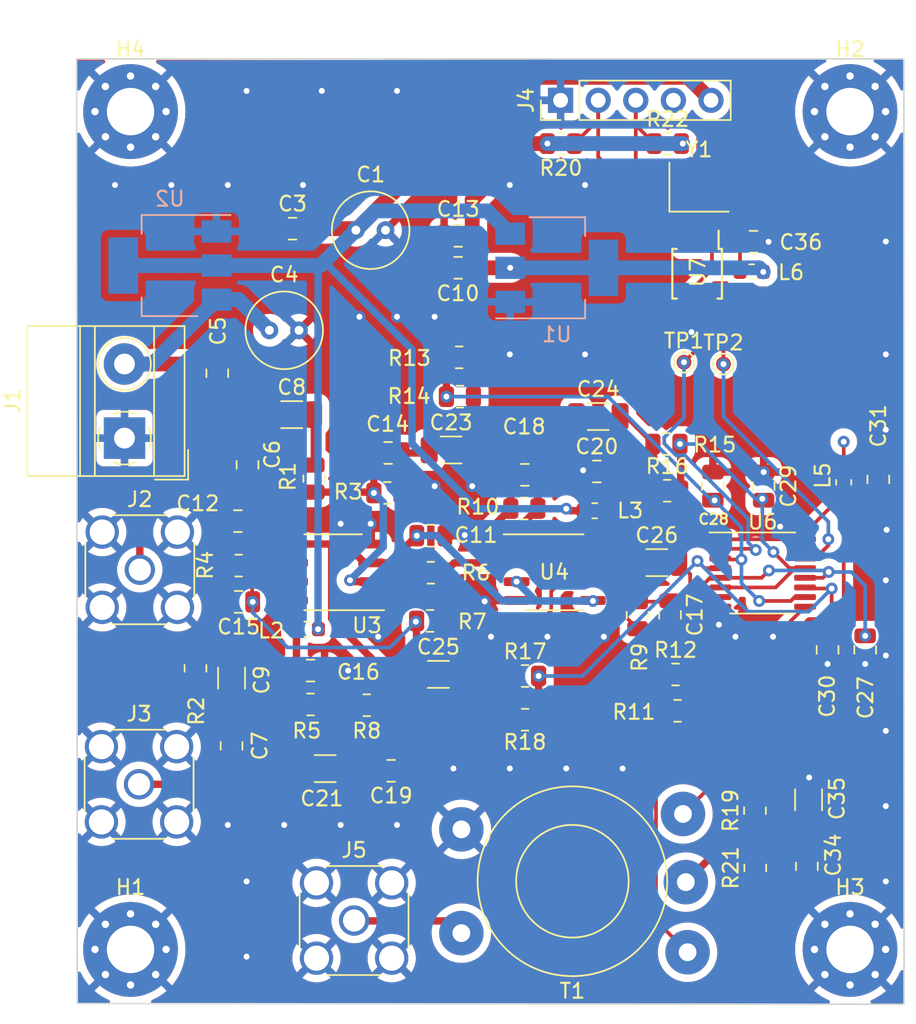
<source format=kicad_pcb>
(kicad_pcb (version 20221018) (generator pcbnew)
  (layers (0 "F.Cu" signal) (1 "In1.Cu" power) (2 "In2.Cu" power) (31 "B.Cu" signal) (34 "B.Paste" user) (35 "F.Paste" user) (36 "B.SilkS" user "B.Silkscreen") (37 "F.SilkS" user "F.Silkscreen") (38 "B.Mask" user) (39 "F.Mask" user) (44 "Edge.Cuts" user))
  (net 0 "")
  (net 1 "+5V")
  (net 2 "GND")
  (net 3 "Net-(J1-Pin_2)")
  (net 4 "Net-(C8-Pad2)")
  (net 5 "Net-(J2-In)")
  (net 6 "Net-(J3-In)")
  (net 7 "Net-(C9-Pad2)")
  (net 8 "+3.3V")
  (net 9 "Net-(C14-Pad1)")
  (net 10 "Net-(U3A-+)")
  (net 11 "Net-(U3A--)")
  (net 12 "Net-(C15-Pad1)")
  (net 13 "Net-(U3B--)")
  (net 14 "Net-(U3C-V+)")
  (net 15 "Net-(C17-Pad1)")
  (net 16 "Net-(U4B--)")
  (net 17 "Net-(C18-Pad1)")
  (net 18 "Net-(C23-Pad2)")
  (net 19 "Net-(C24-Pad2)")
  (net 20 "Net-(C25-Pad2)")
  (net 21 "Net-(C26-Pad2)")
  (net 22 "Net-(U4A--)")
  (net 23 "Net-(U4C-V+)")
  (net 24 "Net-(U6-1B2)")
  (net 25 "Net-(U6-1B4)")
  (net 26 "Net-(U6-1B1)")
  (net 27 "Net-(U6-1B3)")
  (net 28 "Net-(U6-VCC)")
  (net 29 "Net-(T1-SC)")
  (net 30 "Net-(U7-VDD)")
  (net 32 "Net-(J5-In)")
  (net 33 "Net-(T1-SA)")
  (net 34 "Net-(T1-SB)")
  (net 35 "SDA")
  (net 36 "SCL")
  (net 37 "Net-(U6-S1)")
  (net 38 "Net-(U6-S0)")
  (net 39 "Net-(U7-XA)")
  (net 40 "Net-(U7-XB)")
  (footprint "Capacitor_SMD:C_0805_2012Metric" (layer "F.Cu") (at 120.0404 93.7768 -90)
    (fp_text reference "C17")
    (fp_text value "100p")
  )
  (footprint "Capacitor_SMD:C_1206_3216Metric" (layer "F.Cu") (at 105.25 82.65)
    (fp_text reference "C23")
    (fp_text value "10u")
  )
  (footprint "Resistor_SMD:R_0805_2012Metric" (layer "F.Cu") (at 117.85 93.8 90)
    (fp_text reference "R9")
    (fp_text value "10k")
  )
  (footprint "TerminalBlock_MetzConnect:TerminalBlock_MetzConnect_Type011_RT05502HBWC_1x02_P5.00mm_Horizontal" (layer "F.Cu") (at 83.1904 81.8496 90)
    (fp_text reference "J1")
    (fp_text value "12V")
  )
  (footprint "Capacitor_SMD:C_0805_2012Metric" (layer "F.Cu") (at 122.936 85.09 -90)
    (fp_text reference "C28")
    (fp_text value "2n2")
  )
  (footprint "Resistor_SMD:R_0805_2012Metric" (layer "F.Cu") (at 105.85 79.05 180)
    (fp_text reference "R14")
    (fp_text value "100")
  )
  (footprint "Capacitor_SMD:C_1206_3216Metric" (layer "F.Cu") (at 104.394 97.79)
    (fp_text reference "C25")
    (fp_text value "10u")
  )
  (footprint "Capacitor_SMD:C_0805_2012Metric" (layer "F.Cu") (at 133.223 96.139 90)
    (fp_text reference "C27")
    (fp_text value "2n2")
  )
  (footprint "Resistor_SMD:R_0805_2012Metric" (layer "F.Cu") (at 125.8 110.8475 90)
    (fp_text reference "R21")
    (fp_text value "2k2")
  )
  (footprint "Crystal:Crystal_SMD_3225-4Pin_3.2x2.5mm" (layer "F.Cu") (at 122 64.917)
    (fp_text reference "Y1")
    (fp_text value "25 Mhz")
  )
  (footprint "TestPoint:TestPoint_Pad_D1.0mm" (layer "F.Cu") (at 123.651 76.855)
    (fp_text reference "TP2")
    (fp_text value "TestPoint")
  )
  (footprint "Capacitor_SMD:C_1206_3216Metric" (layer "F.Cu") (at 96.75 104.15)
    (fp_text reference "C21")
    (fp_text value "10u")
  )
  (footprint "Capacitor_SMD:C_1206_3216Metric" (layer "F.Cu") (at 90.424 98.044 90)
    (fp_text reference "C9")
    (fp_text value "10u")
  )
  (footprint "Capacitor_THT:C_Radial_D5.0mm_H7.0mm_P2.00mm" (layer "F.Cu") (at 92.98 74.5744)
    (fp_text reference "C4")
    (fp_text value "100u")
  )
  (footprint "Package_SO:TSSOP-16_4.4x5mm_P0.65mm" (layer "F.Cu") (at 126.3 90.95)
    (fp_text reference "U6")
    (fp_text value "SN74CBT3253")
  )
  (footprint "Capacitor_SMD:C_0805_2012Metric" (layer "F.Cu") (at 90.424 102.616 90)
    (fp_text reference "C7")
    (fp_text value "1n")
  )
  (footprint "Resistor_SMD:R_0805_2012Metric" (layer "F.Cu") (at 100.95 85.55)
    (fp_text reference "R3")
    (fp_text value "10k")
  )
  (footprint "Capacitor_SMD:C_0805_2012Metric" (layer "F.Cu") (at 91.5 83.65 90)
    (fp_text reference "C6")
    (fp_text value "1n")
  )
  (footprint "Resistor_SMD:R_0805_2012Metric" (layer "F.Cu") (at 120.4125 97.8)
    (fp_text reference "R12")
    (fp_text value "100")
  )
  (footprint "Resistor_SMD:R_0805_2012Metric" (layer "F.Cu") (at 120.55 100.25)
    (fp_text reference "R11")
    (fp_text value "100")
  )
  (footprint "MountingHole:MountingHole_3.2mm_M3_Pad_Via" (layer "F.Cu") (at 83.6 116.35)
    (fp_text reference "H1")
    (fp_text value "Hole")
  )
  (footprint "Inductor_SMD:L_0603_1608Metric" (layer "F.Cu") (at 114.95 86.75)
    (fp_text reference "L3")
    (fp_text value "L")
  )
  (footprint "Capacitor_SMD:C_0805_2012Metric" (layer "F.Cu") (at 105.73 70.358)
    (fp_text reference "C10")
    (fp_text value "100n")
  )
  (footprint "MountingHole:MountingHole_3.2mm_M3_Pad_Via" (layer "F.Cu") (at 83.6 59.817)
    (fp_text reference "H4")
    (fp_text value "Hole")
  )
  (footprint "Capacitor_SMD:C_1206_3216Metric" (layer "F.Cu") (at 119.15 90.25)
    (fp_text reference "C26")
    (fp_text value "10u")
  )
  (footprint "Inductor_SMD:L_0603_1608Metric" (layer "F.Cu") (at 125.556 70.632 180)
    (fp_text reference "L6")
    (fp_text value "L")
  )
  (footprint "Connector_Coaxial:SMA_Amphenol_132134_Vertical" (layer "F.Cu") (at 84.2264 90.7288)
    (fp_text reference "J2")
    (fp_text value "I")
  )
  (footprint "Capacitor_SMD:C_0805_2012Metric" (layer "F.Cu") (at 101.2 104.3 180)
    (fp_text reference "C19")
    (fp_text value "100n")
  )
  (footprint "Resistor_SMD:R_0805_2012Metric" (layer "F.Cu") (at 119.8 82.25)
    (fp_text reference "R15")
    (fp_text value "100")
  )
  (footprint "Connector_PinHeader_2.54mm:PinHeader_1x05_P2.54mm_Vertical" (layer "F.Cu") (at 112.649 59.055 90)
    (fp_text reference "J4")
    (fp_text value "Conn_01x05_Male")
  )
  (footprint "Package_SO:SO-8_3.9x4.9mm_P1.27mm" (layer "F.Cu") (at 112.25 90.9)
    (fp_text reference "U4")
    (fp_text value "MC33078")
  )
  (footprint "Capacitor_SMD:C_0805_2012Metric" (layer "F.Cu") (at 134.112 84.6328 -90)
    (fp_text reference "C31")
    (fp_text value "100n")
  )
  (footprint "Capacitor_SMD:C_0805_2012Metric" (layer "F.Cu") (at 115.1 84.1)
    (fp_text reference "C20")
    (fp_text value "100n")
  )
  (footprint "Capacitor_SMD:C_0805_2012Metric" (layer "F.Cu") (at 125.683 68.6 180)
    (fp_text reference "C36")
    (fp_text value "100n")
  )
  (footprint "Resistor_SMD:R_0805_2012Metric" (layer "F.Cu") (at 103.836 94.182)
    (fp_text reference "R7")
    (fp_text value "10k")
  )
  (footprint "Resistor_SMD:R_0805_2012Metric" (layer "F.Cu") (at 96.012 84.582 -90)
    (fp_text reference "R1")
    (fp_text value "10k")
  )
  (footprint "Resistor_SMD:R_0805_2012Metric" (layer "F.Cu") (at 95.758 99.822)
    (fp_text reference "R5")
    (fp_text value "2k2")
  )
  (footprint "Connector_Coaxial:SMA_Amphenol_132134_Vertical" (layer "F.Cu") (at 98.7 114.4)
    (fp_text reference "J5")
    (fp_text value "TX")
  )
  (footprint "Capacitor_SMD:C_1206_3216Metric" (layer "F.Cu") (at 115.189 80.391)
    (fp_text reference "C24")
    (fp_text value "10u")
  )
  (footprint "Resistor_SMD:R_0805_2012Metric" (layer "F.Cu") (at 110.25 97.9)
    (fp_text reference "R17")
    (fp_text value "100")
  )
  (footprint "Resistor_SMD:R_0805_2012Metric" (layer "F.Cu") (at 112.6725 61.976 180)
    (fp_text reference "R20")
    (fp_text value "2k2")
  )
  (footprint "Inductor_SMD:L_0603_1608Metric" (layer "F.Cu") (at 131.7752 84.836 -90)
    (fp_text reference "L5")
    (fp_text value "L")
  )
  (footprint "Capacitor_SMD:C_0805_2012Metric" (layer "F.Cu") (at 90.85 87.45)
    (fp_text reference "C12")
    (fp_text value "100n")
  )
  (footprint "Capacitor_SMD:C_0805_2012Metric" (layer "F.Cu") (at 110.236 84.328 180)
    (fp_text reference "C18")
    (fp_text value "100p")
  )
  (footprint "Capacitor_SMD:C_0805_2012Metric" (layer "F.Cu") (at 103.886 88.432 180)
    (fp_text reference "C11")
    (fp_text value "100n")
  )
  (footprint "Resistor_SMD:R_0805_2012Metric" (layer "F.Cu") (at 90.9 90.45)
    (fp_text reference "R4")
    (fp_text value "10k")
  )
  (footprint "Resistor_SMD:R_0805_2012Metric" (layer "F.Cu") (at 87.9856 97.3836 90)
    (fp_text reference "R2")
    (fp_text value "10k")
  )
  (footprint "Capacitor_SMD:C_1206_3216Metric" (layer "F.Cu") (at 129.4 106.25 -90)
    (fp_text reference "C35")
    (fp_text value "10u")
  )
  (footprint "Capacitor_SMD:C_0805_2012Metric" (layer "F.Cu") (at 126.365 85.09 -90)
    (fp_text reference "C29")
    (fp_text value "2n2")
  )
  (footprint "Inductor_SMD:L_0603_1608Metric" (layer "F.Cu") (at 95.504 94.742 180)
    (fp_text reference "L2")
    (fp_text value "L")
  )
  (footprint "Resistor_SMD:R_0805_2012Metric" (layer "F.Cu") (at 110.25 100.85)
    (fp_text reference "R18")
    (fp_text value "100")
  )
  (footprint "Capacitor_SMD:C_0805_2012Metric" (layer "F.Cu") (at 90.9 92.9 180)
    (fp_text reference "C15")
    (fp_text value "100p")
  )
  (footprint "Resistor_SMD:R_0805_2012Metric" (layer "F.Cu") (at 103.886 90.932)
    (fp_text reference "R6")
    (fp_text value "10k")
  )
  (footprint "Connector_Coaxial:SMA_Amphenol_132134_Vertical" (layer "F.Cu") (at 84.1756 105.2068)
    (fp_text reference "J3")
    (fp_text value "Q")
  )
  (footprint "Resistor_SMD:R_0805_2012Metric" (layer "F.Cu") (at 110.2 86.6)
    (fp_text reference "R10")
    (fp_text value "10k")
  )
  (footprint "Resistor_SMD:R_0805_2012Metric" (layer "F.Cu") (at 119.85 85.4)
    (fp_text reference "R16")
    (fp_text value "100")
  )
  (footprint "Package_SO:MSOP-10_3x3mm_P0.5mm" (layer "F.Cu") (at 121.873 70.759 -90)
    (fp_text reference "U7")
    (fp_text value "Si5351A-B-GT")
  )
  (footprint "MountingHole:MountingHole_3.2mm_M3_Pad_Via" (layer "F.Cu") (at 132.2 59.817)
    (fp_text reference "H2")
    (fp_text value "Hole")
  )
  (footprint "MountingHole:MountingHole_3.2mm_M3_Pad_Via" (layer "F.Cu") (at 132.2 116.35)
    (fp_text reference "H3")
    (fp_text value "Hole")
  )
  (footprint "Capacitor_SMD:C_0805_2012Metric" (layer "F.Cu") (at 105.73 68.199)
    (fp_text reference "C13")
    (fp_text value "10u")
  )
  (footprint "Capacitor_SMD:C_0805_2012Metric" (layer "F.Cu") (at 129.286 110.744 -90)
    (fp_text reference "C34")
    (fp_text value "100n")
  )
  (footprint "Resistor_SMD:R_0805_2012Metric" (layer "F.Cu") (at 99.558 99.872 180)
    (fp_text reference "R8")
    (fp_text value "2k2")
  )
  (footprint "Capacitor_SMD:C_0805_2012Metric" (layer "F.Cu") (at 95.758 97.536 180)
    (fp_text reference "C16")
    (fp_text value "100n")
  )
  (footprint "Resistor_SMD:R_0805_2012Metric" (layer "F.Cu") (at 119.888 61.976)
    (fp_text reference "R22")
    (fp_text value "2k2")
  )
  (footprint "Package_SO:SO-8_3.9x4.9mm_P1.27mm" (layer "F.Cu") (at 97.282 90.9 180)
    (fp_text reference "U3")
    (fp_text value "MC33078")
  )
  (footprint "Tubes:Transformer_Toroid_Horizontal_D12.5mm_Amidon-T44" (layer "F.Cu") (at 120.9475 108.25 180)
    (fp_text reference "T1")
    (fp_text value "Transformer_1P_SS")
  )
  (footprint "Capacitor_SMD:C_0805_2012Metric" (layer "F.Cu") (at 130.683 96.139 90)
    (fp_text reference "C30")
    (fp_text value "2n2")
  )
  (footprint "TestPoint:TestPoint_Pad_D1.0mm" (layer "F.Cu") (at 120.984 76.728)
    (fp_text reference "TP1")
    (fp_text value "TestPoint")
  )
  (footprint "Capacitor_SMD:C_0805_2012Metric" (layer "F.Cu") (at 89.4588 77.47 90)
    (fp_text reference "C5")
    (fp_text value "100n")
  )
  (footprint "Capacitor_SMD:C_0805_2012Metric" (layer "F.Cu") (at 94.5388 67.7164)
    (fp_text reference "C3")
    (fp_text value "100n")
  )
  (footprint "Resistor_SMD:R_0805_2012Metric" (layer "F.Cu") (at 125.7808 106.9848 90)
    (fp_text reference "R19")
    (fp_text value "2k2")
  )
  (footprint "Capacitor_THT:C_Radial_D5.0mm_H7.0mm_P2.00mm" (layer "F.Cu") (at 98.822 67.818)
    (fp_text reference "C1")
    (fp_text value "100u")
  )
  (footprint "Capacitor_SMD:C_1206_3216Metric" (layer "F.Cu") (at 94.488 80.264)
    (fp_text reference "C8")
    (fp_text value "10u")
  )
  (footprint "Capacitor_SMD:C_0805_2012Metric" (layer "F.Cu") (at 101 82.85 180)
    (fp_text reference "C14")
    (fp_text value "100p")
  )
  (footprint "Resistor_SMD:R_0805_2012Metric" (layer "F.Cu") (at 105.8 76.4 180)
    (fp_text reference "R13")
    (fp_text value "100")
  )
  (footprint "Package_TO_SOT_SMD:SOT-223-3_TabPin2" (layer "B.Cu") (at 86.2584 70.2056 180)
    (fp_text reference "U2")
    (fp_text value "LM1117-5.0")
  )
  (footprint "Package_TO_SOT_SMD:SOT-223-3_TabPin2" (layer "B.Cu") (at 112.395 70.358)
    (fp_text reference "U1")
    (fp_text value "LM1117-3.3")
  )
  (gr_line (start 135.8392 56.261) (end 79.9592 56.261) (stroke (width 0.1)) (layer "Edge.Cuts"))
  (gr_line (start 79.9592 56.261) (end 80 120) (stroke (width 0.1)) (layer "Edge.Cuts"))
  (gr_line (start 80 120) (end 135.85 120.05) (stroke (width 0.1)) (layer "Edge.Cuts"))
  (gr_line (start 135.85 120.05) (end 135.8392 56.261) (stroke (width 0.1)) (layer "Edge.Cuts"))
  (segment (start 125.8 109.935) (end 125.8 107.9165) (width 0.5) (layer "F.Cu") (net 0))
  (segment (start 125.8 107.9165) (end 125.7808 107.8973) (width 0.5) (layer "F.Cu") (net 0))
  (segment (start 125.8 109.935) (end 127.19 109.935) (width 0.5) (layer "F.Cu") (net 0))
  (segment (start 125.7808 106.0723) (end 125.7808 105.604586) (width 0.25) (layer "F.Cu") (net 0))
  (segment (start 134.0713 85.6235) (end 134.112 85.5828) (width 0.25) (layer "F.Cu") (net 0))
  (segment (start 127.527 109.935) (end 129.286 111.694) (width 0.5) (layer "F.Cu") (net 0))
  (segment (start 125.8 109.935) (end 127.527 109.935) (width 0.5) (layer "F.Cu") (net 0))
  (segment (start 122.9825 109.935) (end 125.8 109.935) (width 0.5) (layer "F.Cu") (net 0))
  (segment (start 125.7808 105.604586) (end 131.7752 99.610186) (width 0.25) (layer "F.Cu") (net 0))
  (segment (start 129.1625 88.2362) (end 131.7752 85.6235) (width 0.25) (layer "F.Cu") (net 0))
  (segment (start 129.1625 88.675) (end 129.1625 88.2362) (width 0.25) (layer "F.Cu") (net 0))
  (segment (start 131.7752 99.610186) (end 131.7752 85.6235) (width 0.25) (layer "F.Cu") (net 0))
  (segment (start 131.7752 85.6235) (end 134.0713 85.6235) (width 0.25) (layer "F.Cu") (net 0))
  (segment (start 121.1075 111.81) (end 122.9825 109.935) (width 0.5) (layer "F.Cu") (net 0))
  (segment (start 127.19 109.935) (end 129.4 107.725) (width 0.5) (layer "F.Cu") (net 0))
  (segment (start 95.4888 67.7164) (end 98.7204 67.7164) (width 1) (layer "F.Cu") (net 1))
  (segment (start 131.7752 84.0485) (end 131.7752 82.0928) (width 0.25) (layer "F.Cu") (net 1))
  (segment (start 121.259 57.505) (end 109.135 57.505) (width 1) (layer "F.Cu") (net 1))
  (segment (start 113.166 86.75) (end 113.03 86.614) (width 0.5) (layer "F.Cu") (net 1))
  (segment (start 114.1625 86.75) (end 113.166 86.75) (width 0.5) (layer "F.Cu") (net 1))
  (segment (start 122.809 59.055) (end 121.259 57.505) (width 1) (layer "F.Cu") (net 1))
  (segment (start 98.7204 67.7164) (end 98.822 67.818) (width 1) (layer "F.Cu") (net 1))
  (segment (start 109.135 57.505) (end 98.822 67.818) (width 1) (layer "F.Cu") (net 1))
  (via (at 131.7752 82.0928) (size 0.8) (drill 0.4) (layers "F.Cu" "B.Cu") (net 1))
  (via (at 113.03 86.614) (size 0.8) (drill 0.4) (layers "F.Cu" "B.Cu") (net 1))
  (via (at 96.266 94.742) (size 0.8) (drill 0.4) (layers "F.Cu" "B.Cu") (net 1))
  (segment (start 107.705 66.518) (end 109.245 68.058) (width 1) (layer "B.Cu") (net 1))
  (segment (start 98.822 67.818) (end 100.122 66.518) (width 1) (layer "B.Cu") (net 1))
  (segment (start 96.266 69.977) (end 96.266 94.742) (width 0.5) (layer "B.Cu") (net 1))
  (segment (start 89.4084 70.2056) (end 96.4344 70.2056) (width 1) (layer "B.Cu") (net 1))
  (segment (start 100.122 66.518) (end 107.705 66.518) (width 1) (layer "B.Cu") (net 1))
  (segment (start 113.03 86.614) (end 107.001918 86.614) (width 0.5) (layer "B.Cu") (net 1))
  (segment (start 102.616 82.228082) (end 102.616 75.878082) (width 0.5) (layer "B.Cu") (net 1))
  (segment (start 96.4344 70.2056) (end 98.822 67.818) (width 1) (layer "B.Cu") (net 1))
  (segment (start 96.714918 69.977) (end 96.266 69.977) (width 0.5) (layer "B.Cu") (net 1))
  (segment (start 86.8172 70.2056) (end 89.4084 70.2056) (width 1) (layer "B.Cu") (net 1))
  (segment (start 83.1084 70.2056) (end 86.8172 70.2056) (width 1) (layer "B.Cu") (net 1))
  (segment (start 107.001918 86.614) (end 102.616 82.228082) (width 0.5) (layer "B.Cu") (net 1))
  (segment (start 102.616 75.878082) (end 96.714918 69.977) (width 0.5) (layer "B.Cu") (net 1))
  (segment (start 127.824639 88.675) (end 128.474639 89.325) (width 0.25) (layer "F.Cu") (net 2))
  (segment (start 109.675 92.805) (end 107.5756 92.805) (width 0.5) (layer "F.Cu") (net 2))
  (segment (start 123.4375 93.225) (end 123.4375 94.3421) (width 0.25) (layer "F.Cu") (net 2))
  (segment (start 106.132 88.432) (end 106.172 88.392) (width 0.5) (layer "F.Cu") (net 2))
  (segment (start 104.836 88.432) (end 106.132 88.432) (width 0.5) (layer "F.Cu") (net 2))
  (segment (start 123.4375 88.675) (end 127.4862 88.675) (width 0.25) (layer "F.Cu") (net 2))
  (segment (start 121.492 74.696) (end 121.848 74.34) (width 0.25) (layer "F.Cu") (net 2))
  (segment (start 128.474639 89.325) (end 129.1625 89.325) (width 0.25) (layer "F.Cu") (net 2))
  (segment (start 107.5756 92.805) (end 107.5182 92.8624) (width 0.5) (layer "F.Cu") (net 2))
  (segment (start 127.4826 87.8211) (end 127.4826 88.332961) (width 0.25) (layer "F.Cu") (net 2))
  (segment (start 127.4826 88.332961) (end 128.474639 89.325) (width 0.25) (layer "F.Cu") (net 2))
  (segment (start 127.4862 88.675) (end 127.824639 88.675) (width 0.25) (layer "F.Cu") (net 2))
  (segment (start 121.848 74.34) (end 121.848 73.426) (width 0.25) (layer "F.Cu") (net 2))
  (segment (start 99.857 87.665) (end 99.822 87.63) (width 0.5) (layer "F.Cu") (net 2))
  (segment (start 123.4375 94.3421) (end 123.3424 94.4372) (width 0.25) (layer "F.Cu") (net 2))
  (segment (start 96.708 97.536) (end 98.298 97.536) (width 0.5) (layer "F.Cu") (net 2))
  (segment (start 99.857 88.995) (end 99.857 87.665) (width 0.5) (layer "F.Cu") (net 2))
  (via (at 134.62 101.6) (size 0.8) (drill 0.4) (layers "F.Cu" "B.Cu") (net 2))
  (via (at 100.33 95.25) (size 0.8) (drill 0.4) (layers "F.Cu" "B.Cu") (net 2))
  (via (at 130.683 97.089) (size 0.8) (drill 0.4) (layers "F.Cu" "B.Cu") (net 2))
  (via (at 106.68 85.09) (size 0.8) (drill 0.4) (layers "F.Cu" "B.Cu") (net 2))
  (via (at 134.62 91.44) (size 0.8) (drill 0.4) (layers "F.Cu" "B.Cu") (net 2))
  (via (at 99.822 87.63) (size 0.8) (drill 0.4) (layers "F.Cu" "B.Cu") (net 2))
  (via (at 93.98 107.95) (size 0.8) (drill 0.4) (layers "F.Cu" "B.Cu") (net 2))
  (via (at 127 95.25) (size 0.8) (drill 0.4) (layers "F.Cu" "B.Cu") (net 2))
  (via (at 123.3424 94.4372) (size 0.8) (drill 0.4) (layers "F.Cu" "B.Cu") (net 2))
  (via (at 129.4384 104.7496) (size 0.8) (drill 0.4) (layers "F.Cu" "B.Cu") (net 2))
  (via (at 101.6 58.42) (size 0.8) (drill 0.4) (layers "F.Cu" "B.Cu") (net 2))
  (via (at 90.17 107.95) (size 0.8) (drill 0.4) (layers "F.Cu" "B.Cu") (net 2))
  (via (at 101.6 73.66) (size 0.8) (drill 0.4) (layers "F.Cu" "B.Cu") (net 2))
  (via (at 82.55 64.77) (size 0.8) (drill 0.4) (layers "F.Cu" "B.Cu") (net 2))
  (via (at 111.76 95.25) (size 0.8) (drill 0.4) (layers "F.Cu" "B.Cu") (net 2))
  (via (at 104.14 73.66) (size 0.8) (drill 0.4) (layers "F.Cu" "B.Cu") (net 2))
  (via (at 107.5182 92.8624) (size 0.8) (drill 0.4) (layers "F.Cu" "B.Cu") (net 2))
  (via (at 134.6708 88.0364) (size 0.8) (drill 0.4) (layers "F.Cu" "B.Cu") (net 2))
  (via (at 99.06 73.66) (size 0.8) (drill 0.4) (layers "F.Cu" "B.Cu") (net 2))
  (via (at 133.223 97.089) (size 0.8) (drill 0.4) (layers "F.Cu" "B.Cu") (net 2))
  (via (at 113.03 104.14) (size 0.8) (drill 0.4) (layers "F.Cu" "B.Cu") (net 2))
  (via (at 91.44 116.84) (size 0.8) (drill 0.4) (layers "F.Cu" "B.Cu") (net 2))
  (via (at 97.79 87.63) (size 0.8) (drill 0.4) (layers "F.Cu" "B.Cu") (net 2))
  (via (at 101.6 107.95) (size 0.8) (drill 0.4) (layers "F.Cu" "B.Cu") (net 2))
  (via (at 109.22 104.14) (size 0.8) (drill 0.4) (layers "F.Cu" "B.Cu") (net 2))
  (via (at 106.172 88.392) (size 0.8) (drill 0.4) (layers "F.Cu" "B.Cu") (net 2))
  (via (at 134.62 96.52) (size 0.8) (drill 0.4) (layers "F.Cu" "B.Cu") (net 2))
  (via (at 134.62 81.28) (size 0.8) (drill 0.4) (layers "F.Cu" "B.Cu") (net 2))
  (via (at 90.17 64.77) (size 0.8) (drill 0.4) (layers "F.Cu" "B.Cu") (net 2))
  (via (at 109.22 64.77) (size 0.8) (drill 0.4) (layers "F.Cu" "B.Cu") (net 2))
  (via (at 134.62 68.58) (size 0.8) (drill 0.4) (layers "F.Cu" "B.Cu") (net 2))
  (via (at 91.44 111.76) (size 0.8) (drill 0.4) (layers "F.Cu" "B.Cu") (net 2))
  (via (at 97.79 107.95) (size 0.8) (drill 0.4) (layers "F.Cu" "B.Cu") (net 2))
  (via (at 114.3 76.2) (size 0.8) (drill 0.4) (layers "F.Cu" "B.Cu") (net 2))
  (via (at 134.62 111.76) (size 0.8) (drill 0.4) (layers "F.Cu" "B.Cu") (net 2))
  (via (at 104.14 85.09) (size 0.8) (drill 0.4) (layers "F.Cu" "B.Cu") (net 2))
  (via (at 126.699 68.6) (size 0.8) (drill 0.4) (layers "F.Cu" "B.Cu") (net 2))
  (via (at 98.298 97.536) (size 0.8) (drill 0.4) (layers "F.Cu" "B.Cu") (net 2))
  (via (at 105.41 104.14) (size 0.8) (drill 0.4) (layers "F.Cu" "B.Cu") (net 2))
  (via (at 109.22 76.2) (size 0.8) (drill 0.4) (layers "F.Cu" "B.Cu") (net 2))
  (via (at 127.4826 87.8211) (size 0.8) (drill 0.4) (layers "F.Cu" "B.Cu") (net 2))
  (via (at 86.36 64.77) (size 0.8) (drill 0.4) (layers "F.Cu" "B.Cu") (net 2))
  (via (at 114.173 84.0232) (size 0.8) (drill 0.4) (layers "F.Cu" "B.Cu") (net 2))
  (via (at 121.492 74.696) (size 0.8) (drill 0.4) (layers "F.Cu" "B.Cu") (net 2))
  (via (at 126.365 84.14) (size 0.8) (drill 0.4) (layers "F.Cu" "B.Cu") (net 2))
  (via (at 107.95 95.25) (size 0.8) (drill 0.4) (layers "F.Cu" "B.Cu") (net 2))
  (via (at 114.3 64.77) (size 0.8) (drill 0.4) (layers "F.Cu" "B.Cu") (net 2))
  (via (at 134.62 106.68) (size 0.8) (drill 0.4) (layers "F.Cu" "B.Cu") (net 2))
  (via (at 116.84 104.14) (size 0.8) (drill 0.4) (layers "F.Cu" "B.Cu") (net 2))
  (via (at 115.57 95.25) (size 0.8) (drill 0.4) (layers "F.Cu" "B.Cu") (net 2))
  (via (at 91.44 58.42) (size 0.8) (drill 0.4) (layers "F.Cu" "B.Cu") (net 2))
  (via (at 134.62 76.2) (size 0.8) (drill 0.4) (layers "F.Cu" "B.Cu") (net 2))
  (via (at 95.25 64.77) (size 0.8) (drill 0.4) (layers "F.Cu" "B.Cu") (net 2))
  (via (at 96.52 58.42) (size 0.8) (drill 0.4) (layers "F.Cu" "B.Cu") (net 2))
  (via (at 124.46 95.25) (size 0.8) (drill 0.4) (layers "F.Cu" "B.Cu") (net 2))
  (segment (start 83.1904 76.8496) (end 89.1292 76.8496) (width 1) (layer "F.Cu") (net 3))
  (segment (start 89.1292 76.8496) (end 89.4588 76.52) (width 1) (layer "F.Cu") (net 3))
  (segment (start 89.4084 72.5056) (end 90.9112 72.5056) (width 1) (layer "B.Cu") (net 3))
  (segment (start 90.9112 72.5056) (end 92.98 74.5744) (width 1) (layer "B.Cu") (net 3))
  (segment (start 85.0644 76.8496) (end 89.4084 72.5056) (width 1) (layer "B.Cu") (net 3))
  (segment (start 83.1904 76.8496) (end 85.0644 76.8496) (width 1) (layer "B.Cu") (net 3))
  (segment (start 96.012 80.313) (end 95.963 80.264) (width 0.5) (layer "F.Cu") (net 4))
  (segment (start 96.012 83.6695) (end 96.012 80.313) (width 0.5) (layer "F.Cu") (net 4))
  (segment (start 84.2264 90.7288) (end 84.2264 87.88173) (width 0.5) (layer "F.Cu") (net 5))
  (segment (start 84.2264 87.88173) (end 86.56093 85.5472) (width 0.5) (layer "F.Cu") (net 5))
  (segment (start 91.5 82.7) (end 91.5 81.777) (width 0.5) (layer "F.Cu") (net 5))
  (segment (start 88.6528 85.5472) (end 91.5 82.7) (width 0.5) (layer "F.Cu") (net 5))
  (segment (start 86.56093 85.5472) (end 88.6528 85.5472) (width 0.5) (layer "F.Cu") (net 5))
  (segment (start 91.5 81.777) (end 93.013 80.264) (width 0.5) (layer "F.Cu") (net 5))
  (segment (start 86.8832 105.2068) (end 84.1756 105.2068) (width 0.5) (layer "F.Cu") (net 6))
  (segment (start 90.424 101.666) (end 90.424 99.519) (width 0.5) (layer "F.Cu") (net 6))
  (segment (start 90.424 101.666) (end 86.8832 105.2068) (width 0.5) (layer "F.Cu") (net 6))
  (segment (start 87.9856 98.2961) (end 88.6969 98.2961) (width 0.5) (layer "F.Cu") (net 7))
  (segment (start 88.6969 98.2961) (end 90.424 96.569) (width 0.5) (layer "F.Cu") (net 7))
  (segment (start 110.458365 61.976) (end 111.76 61.976) (width 1) (layer "F.Cu") (net 8))
  (segment (start 106.68 70.358) (end 106.68 68.199) (width 1) (layer "F.Cu") (net 8))
  (segment (start 106.68 68.199) (end 106.68 65.754365) (width 1) (layer "F.Cu") (net 8))
  (segment (start 106.68 70.358) (end 109.245 70.358) (width 1) (layer "F.Cu") (net 8))
  (segment (start 106.68 65.754365) (end 110.458365 61.976) (width 1) (layer "F.Cu") (net 8))
  (via (at 111.76 61.976) (size 0.8) (drill 0.4) (layers "F.Cu" "B.Cu") (net 8))
  (via (at 120.904 61.976) (size 0.8) (drill 0.4) (layers "F.Cu" "B.Cu") (net 8))
  (via (at 109.245 70.358) (size 0.8) (drill 0.4) (layers "F.Cu" "B.Cu") (net 8))
  (via (at 126.3435 70.632) (size 0.8) (drill 0.4) (layers "F.Cu" "B.Cu") (net 8))
  (segment (start 115.545 70.358) (end 126.0695 70.358) (width 1) (layer "B.Cu") (net 8))
  (segment (start 109.245 70.358) (end 115.545 70.358) (width 1) (layer "B.Cu") (net 8))
  (segment (start 111.76 61.976) (end 120.904 61.976) (width 1) (layer "B.Cu") (net 8))
  (segment (start 126.0695 70.358) (end 126.3435 70.632) (width 1) (layer "B.Cu") (net 8))
  (segment (start 103.88552 90.01998) (end 103.88552 87.57302) (width 0.5) (layer "F.Cu") (net 9))
  (segment (start 102.9735 90.932) (end 101.1005 92.805) (width 0.5) (layer "F.Cu") (net 9))
  (segment (start 101.95 82.85) (end 103.575 82.85) (width 0.5) (layer "F.Cu") (net 9))
  (segment (start 101.8625 82.9375) (end 101.95 82.85) (width 0.5) (layer "F.Cu") (net 9))
  (segment (start 102.9735 90.932) (end 103.88552 90.01998) (width 0.5) (layer "F.Cu") (net 9))
  (segment (start 101.1005 92.805) (end 99.857 92.805) (width 0.5) (layer "F.Cu") (net 9))
  (segment (start 103.88552 87.57302) (end 101.8625 85.55) (width 0.5) (layer "F.Cu") (net 9))
  (segment (start 101.8625 85.55) (end 101.8625 82.9375) (width 0.5) (layer "F.Cu") (net 9))
  (segment (start 103.575 82.85) (end 103.775 82.65) (width 0.5) (layer "F.Cu") (net 9))
  (segment (start 97.187 88.995) (end 98.134151 88.995) (width 0.5) (layer "F.Cu") (net 10))
  (segment (start 91.8 87.482) (end 93.313 88.995) (width 0.5) (layer "F.Cu") (net 10))
  (segment (start 99.404151 90.265) (end 99.857 90.265) (width 0.5) (layer "F.Cu") (net 10))
  (segment (start 97.187 94.02227) (end 99.753365 96.588635) (width 0.5) (layer "F.Cu") (net 10))
  (segment (start 98.134151 88.995) (end 99.404151 90.265) (width 0.5) (layer "F.Cu") (net 10))
  (segment (start 98.5955 99.822) (end 98.6455 99.872) (width 0.5) (layer "F.Cu") (net 10))
  (segment (start 99.753365 96.588635) (end 101.43252 98.26779) (width 0.5) (layer "F.Cu") (net 10))
  (segment (start 101.43252 103.11748) (end 100.25 104.3) (width 0.5) (layer "F.Cu") (net 10))
  (segment (start 101.43252 98.26779) (end 101.43252 103.11748) (width 0.5) (layer "F.Cu") (net 10))
  (segment (start 93.313 88.995) (end 94.707 88.995) (width 0.5) (layer "F.Cu") (net 10))
  (segment (start 96.6705 99.822) (end 98.5955 99.822) (width 0.5) (layer "F.Cu") (net 10))
  (segment (start 102.936 88.432) (end 101.103 90.265) (width 0.5) (layer "F.Cu") (net 10))
  (segment (start 94.707 88.995) (end 97.187 88.995) (width 0.5) (layer "F.Cu") (net 10))
  (segment (start 99.753365 98.764135) (end 99.753365 96.588635) (width 0.5) (layer "F.Cu") (net 10))
  (segment (start 98.6455 99.872) (end 99.753365 98.764135) (width 0.5) (layer "F.Cu") (net 10))
  (segment (start 91.8 87.45) (end 91.8 87.482) (width 0.5) (layer "F.Cu") (net 10))
  (segment (start 98.225 104.15) (end 100.1 104.15) (width 0.5) (layer "F.Cu") (net 10))
  (segment (start 100.1 104.15) (end 100.25 104.3) (width 0.5) (layer "F.Cu") (net 10))
  (segment (start 101.103 90.265) (end 99.857 90.265) (width 0.5) (layer "F.Cu") (net 10))
  (segment (start 97.187 88.995) (end 97.187 94.02227) (width 0.5) (layer "F.Cu") (net 10))
  (via (at 114.8334 92.837) (size 0.8) (drill 0.4) (layers "F.Cu" "B.Cu") (net 10))
  (via (at 109.675 91.535) (size 0.8) (drill 0.4) (layers "F.Cu" "B.Cu") (net 10))
  (via (at 102.936 88.432) (size 0.8) (drill 0.4) (layers "F.Cu" "B.Cu") (net 10))
  (segment (start 114.8334 92.837) (end 108.694191 92.837) (width 0.5) (layer "B.Cu") (net 10))
  (segment (start 114.8334 92.837) (end 110.977 92.837) (width 0.5) (layer "B.Cu") (net 10))
  (segment (start 110.977 92.837) (end 109.675 91.535) (width 0.5) (layer "B.Cu") (net 10))
  (segment (start 104.289191 88.432) (end 102.936 88.432) (width 0.5) (layer "B.Cu") (net 10))
  (segment (start 108.694191 92.837) (end 104.289191 88.432) (width 0.5) (layer "B.Cu") (net 10))
  (segment (start 99.982 85.4945) (end 100.0375 85.55) (width 0.5) (layer "F.Cu") (net 11))
  (segment (start 96.012 85.4945) (end 99.982 85.4945) (width 0.5) (layer "F.Cu") (net 11))
  (segment (start 98.52 91.535) (end 98.425 91.44) (width 0.5) (layer "F.Cu") (net 11))
  (segment (start 100.0375 82.8625) (end 100.05 82.85) (width 0.5) (layer "F.Cu") (net 11))
  (segment (start 99.857 91.535) (end 98.52 91.535) (width 0.5) (layer "F.Cu") (net 11))
  (segment (start 100.0375 85.55) (end 100.0375 82.8625) (width 0.5) (layer "F.Cu") (net 11))
  (via (at 100.0375 85.55) (size 0.8) (drill 0.4) (layers "F.Cu" "B.Cu") (net 11))
  (via (at 98.425 91.44) (size 0.8) (drill 0.4) (layers "F.Cu" "B.Cu") (net 11))
  (segment (start 98.425 91.44) (end 100.671511 89.193489) (width 0.5) (layer "B.Cu") (net 11))
  (segment (start 100.671511 86.184011) (end 100.0375 85.55) (width 0.5) (layer "B.Cu") (net 11))
  (segment (start 100.671511 89.193489) (end 100.671511 86.184011) (width 0.5) (layer "B.Cu") (net 11))
  (segment (start 102.919 97.79) (end 102.919 94.283) (width 0.5) (layer "F.Cu") (net 12))
  (segment (start 92.8975 91.535) (end 94.707 91.535) (width 0.25) (layer "F.Cu") (net 12))
  (segment (start 91.8125 90.45) (end 92.8975 91.535) (width 0.25) (layer "F.Cu") (net 12))
  (segment (start 91.8125 90.45) (end 91.8125 92.8625) (width 0.25) (layer "F.Cu") (net 12))
  (segment (start 91.8125 92.8625) (end 91.85 92.9) (width 0.25) (layer "F.Cu") (net 12))
  (segment (start 102.919 94.283) (end 102.87 94.234) (width 0.5) (layer "F.Cu") (net 12))
  (via (at 91.85 92.9) (size 0.8) (drill 0.4) (layers "F.Cu" "B.Cu") (net 12))
  (via (at 102.87 94.234) (size 0.8) (drill 0.4) (layers "F.Cu" "B.Cu") (net 12))
  (segment (start 91.85 92.9) (end 91.85 93.628) (width 0.25) (layer "B.Cu") (net 12))
  (segment (start 101.129 95.975) (end 102.87 94.234) (width 0.25) (layer "B.Cu") (net 12))
  (segment (start 94.197 95.975) (end 101.129 95.975) (width 0.25) (layer "B.Cu") (net 12))
  (segment (start 91.85 93.628) (end 94.197 95.975) (width 0.25) (layer "B.Cu") (net 12))
  (segment (start 92.312973 89.42548) (end 91.01202 89.42548) (width 0.25) (layer "F.Cu") (net 13))
  (segment (start 89.95 94.5067) (end 87.9856 96.4711) (width 0.5) (layer "F.Cu") (net 13))
  (segment (start 93.152493 90.265) (end 92.312973 89.42548) (width 0.25) (layer "F.Cu") (net 13))
  (segment (start 91.01202 89.42548) (end 89.9875 90.45) (width 0.25) (layer "F.Cu") (net 13))
  (segment (start 89.916 92.71) (end 89.916 90.5215) (width 0.25) (layer "F.Cu") (net 13))
  (segment (start 89.95 92.9) (end 89.95 94.5067) (width 0.5) (layer "F.Cu") (net 13))
  (segment (start 89.916 90.5215) (end 89.9875 90.45) (width 0.25) (layer "F.Cu") (net 13))
  (segment (start 94.707 90.265) (end 93.152493 90.265) (width 0.25) (layer "F.Cu") (net 13))
  (segment (start 94.808 97.536) (end 94.808 94.8335) (width 0.5) (layer "F.Cu") (net 14))
  (segment (start 94.7165 92.8145) (end 94.707 92.805) (width 0.5) (layer "F.Cu") (net 14))
  (segment (start 94.8455 97.5735) (end 94.808 97.536) (width 0.5) (layer "F.Cu") (net 14))
  (segment (start 94.808 94.8335) (end 94.7165 94.742) (width 0.5) (layer "F.Cu") (net 14))
  (segment (start 94.7165 94.742) (end 94.7165 92.8145) (width 0.5) (layer "F.Cu") (net 14))
  (segment (start 94.8455 99.822) (end 94.8455 97.5735) (width 0.5) (layer "F.Cu") (net 14))
  (segment (start 117.66 90.265) (end 117.675 90.25) (width 0.25) (layer "F.Cu") (net 15))
  (segment (start 117.85 92.8875) (end 117.85 90.425) (width 0.25) (layer "F.Cu") (net 15))
  (segment (start 117.85 92.8875) (end 119.9797 92.8875) (width 0.25) (layer "F.Cu") (net 15))
  (segment (start 114.825 90.265) (end 117.66 90.265) (width 0.25) (layer "F.Cu") (net 15))
  (segment (start 119.9797 92.8875) (end 120.0404 92.8268) (width 0.25) (layer "F.Cu") (net 15))
  (segment (start 117.85 90.425) (end 117.675 90.25) (width 0.25) (layer "F.Cu") (net 15))
  (segment (start 111.304 94.182) (end 104.7485 94.182) (width 0.25) (layer "F.Cu") (net 16))
  (segment (start 114.825 91.535) (end 112.681 91.535) (width 0.25) (layer "F.Cu") (net 16))
  (segment (start 117.85 94.7125) (end 116.4336 93.2961) (width 0.25) (layer "F.Cu") (net 16))
  (segment (start 117.85 94.7125) (end 120.0261 94.7125) (width 0.25) (layer "F.Cu") (net 16))
  (segment (start 120.0261 94.7125) (end 120.0404 94.7268) (width 0.25) (layer "F.Cu") (net 16))
  (segment (start 116.4336 93.2961) (end 116.4336 92.5576) (width 0.25) (layer "F.Cu") (net 16))
  (segment (start 112.522 91.694) (end 112.014 92.202) (width 0.25) (layer "F.Cu") (net 16))
  (segment (start 112.681 91.535) (end 112.522 91.694) (width 0.25) (layer "F.Cu") (net 16))
  (segment (start 115.411 91.535) (end 114.825 91.535) (width 0.25) (layer "F.Cu") (net 16))
  (segment (start 116.4336 92.5576) (end 115.411 91.535) (width 0.25) (layer "F.Cu") (net 16))
  (segment (start 112.014 92.202) (end 112.014 93.472) (width 0.25) (layer "F.Cu") (net 16))
  (segment (start 112.014 93.472) (end 111.304 94.182) (width 0.25) (layer "F.Cu") (net 16))
  (segment (start 109.675 88.0375) (end 111.1125 86.6) (width 0.5) (layer "F.Cu") (net 17))
  (segment (start 111.1125 84.4015) (end 111.186 84.328) (width 0.5) (layer "F.Cu") (net 17))
  (segment (start 109.675 88.995) (end 109.675 88.0375) (width 0.5) (layer "F.Cu") (net 17))
  (segment (start 111.1125 86.6) (end 111.1125 84.4015) (width 0.5) (layer "F.Cu") (net 17))
  (segment (start 111.186 84.328) (end 111.186 82.919) (width 0.5) (layer "F.Cu") (net 17))
  (segment (start 111.186 82.919) (end 113.714 80.391) (width 0.5) (layer "F.Cu") (net 17))
  (segment (start 106.7125 82.6375) (end 106.7125 76.4) (width 0.5) (layer "F.Cu") (net 18))
  (segment (start 106.725 82.65) (end 106.7125 82.6375) (width 0.5) (layer "F.Cu") (net 18))
  (segment (start 118.9375 85.4) (end 118.9375 82.3) (width 0.5) (layer "F.Cu") (net 19))
  (segment (start 117.0285 80.391) (end 118.8875 82.25) (width 0.25) (layer "F.Cu") (net 19))
  (segment (start 118.9375 82.3) (end 118.8875 82.25) (width 0.5) (layer "F.Cu") (net 19))
  (segment (start 116.664 80.391) (end 117.0285 80.391) (width 0.25) (layer "F.Cu") (net 19))
  (segment (start 109.3375 97.9) (end 105.979 97.9) (width 0.5) (layer "F.Cu") (net 20))
  (segment (start 109.3375 100.85) (end 109.3375 97.9) (width 0.5) (layer "F.Cu") (net 20))
  (segment (start 105.979 97.9) (end 105.869 97.79) (width 0.5) (layer "F.Cu") (net 20))
  (segment (start 119.6375 97.9375) (end 119.5 97.8) (width 0.25) (layer "F.Cu") (net 21))
  (segment (start 119.5 97.8) (end 121.40048 95.89952) (width 0.25) (layer "F.Cu") (net 21))
  (segment (start 121.40048 91.02548) (end 120.625 90.25) (width 0.25) (layer "F.Cu") (net 21))
  (segment (start 119.6375 100.25) (end 119.6375 97.9375) (width 0.25) (layer "F.Cu") (net 21))
  (segment (start 121.40048 95.89952) (end 121.40048 91.02548) (width 0.25) (layer "F.Cu") (net 21))
  (segment (start 104.7985 90.932) (end 105.4655 90.265) (width 0.5) (layer "F.Cu") (net 22))
  (segment (start 109.2875 86.6) (end 109.2875 84.3295) (width 0.5) (layer "F.Cu") (net 22))
  (segment (start 105.4655 90.265) (end 107.283 90.265) (width 0.5) (layer "F.Cu") (net 22))
  (segment (start 109.2875 86.6) (end 107.283 88.6045) (width 0.5) (layer "F.Cu") (net 22))
  (segment (start 107.283 88.6045) (end 107.283 90.265) (width 0.5) (layer "F.Cu") (net 22))
  (segment (start 107.283 90.265) (end 109.675 90.265) (width 0.5) (layer "F.Cu") (net 22))
  (segment (start 109.2875 84.3295) (end 109.286 84.328) (width 0.5) (layer "F.Cu") (net 22))
  (segment (start 114.825 88.995) (end 114.825 87.6625) (width 0.5) (layer "F.Cu") (net 23))
  (segment (start 114.825 87.6625) (end 115.7375 86.75) (width 0.5) (layer "F.Cu") (net 23))
  (segment (start 115.7375 84.4125) (end 116.05 84.1) (width 0.5) (layer "F.Cu") (net 23))
  (segment (start 115.7375 86.75) (end 115.7375 84.4125) (width 0.5) (layer "F.Cu") (net 23))
  (segment (start 123.4375 91.275) (end 126.2252 91.275) (width 0.25) (layer "F.Cu") (net 24))
  (segment (start 121.4625 100.25) (end 121.4625 97.9375) (width 0.25) (layer "F.Cu") (net 24))
  (segment (start 121.85 97.275) (end 121.85 92.174639) (width 0.25) (layer "F.Cu") (net 24))
  (segment (start 122.749639 91.275) (end 123.4375 91.275) (width 0.25) (layer "F.Cu") (net 24))
  (segment (start 130.7592 90.8812) (end 130.3654 91.275) (width 0.25) (layer "F.Cu") (net 24))
  (segment (start 121.4625 97.9375) (end 121.325 97.8) (width 0.25) (layer "F.Cu") (net 24))
  (segment (start 121.325 97.8) (end 121.85 97.275) (width 0.25) (layer "F.Cu") (net 24))
  (segment (start 130.3654 91.275) (end 129.1625 91.275) (width 0.25) (layer "F.Cu") (net 24))
  (segment (start 126.2252 91.275) (end 126.7206 90.7796) (width 0.25) (layer "F.Cu") (net 24))
  (segment (start 121.85 92.174639) (end 122.749639 91.275) (width 0.25) (layer "F.Cu") (net 24))
  (via (at 133.223 95.189) (size 0.8) (drill 0.4) (layers "F.Cu" "B.Cu") (net 24))
  (via (at 130.7592 90.8812) (size 0.8) (drill 0.4) (layers "F.Cu" "B.Cu") (net 24))
  (via (at 126.7206 90.7796) (size 0.8) (drill 0.4) (layers "F.Cu" "B.Cu") (net 24))
  (segment (start 130.7592 90.8812) (end 132.2832 90.8812) (width 0.25) (layer "B.Cu") (net 24))
  (segment (start 126.7206 90.7796) (end 130.6576 90.7796) (width 0.25) (layer "B.Cu") (net 24))
  (segment (start 132.2832 90.8812) (end 133.223 91.821) (width 0.25) (layer "B.Cu") (net 24))
  (segment (start 130.6576 90.7796) (end 130.7592 90.8812) (width 0.25) (layer "B.Cu") (net 24))
  (segment (start 133.223 91.821) (end 133.223 95.189) (width 0.25) (layer "B.Cu") (net 24))
  (segment (start 104.9375 76.45) (end 104.8875 76.4) (width 0.5) (layer "F.Cu") (net 25))
  (segment (start 104.9375 79.05) (end 104.9375 76.45) (width 0.5) (layer "F.Cu") (net 25))
  (segment (start 124.8664 90.043) (end 123.5055 90.043) (width 0.25) (layer "F.Cu") (net 25))
  (segment (start 123.5055 90.043) (end 123.4375 89.975) (width 0.25) (layer "F.Cu") (net 25))
  (segment (start 126.0602 92.837) (end 128.200489 92.837) (width 0.25) (layer "F.Cu") (net 25))
  (segment (start 128.462489 92.575) (end 129.1625 92.575) (width 0.25) (layer "F.Cu") (net 25))
  (segment (start 128.200489 92.837) (end 128.462489 92.575) (width 0.25) (layer "F.Cu") (net 25))
  (via (at 123.05 86.05) (size 0.8) (drill 0.4) (layers "F.Cu" "B.Cu") (net 25))
  (via (at 126.0602 92.837) (size 0.8) (drill 0.4) (layers "F.Cu" "B.Cu") (net 25))
  (via (at 124.8664 90.043) (size 0.8) (drill 0.4) (layers "F.Cu" "B.Cu") (net 25))
  (via (at 104.9375 79.05) (size 0.8) (drill 0.4) (layers "F.Cu" "B.Cu") (net 25))
  (segment (start 126.0602 92.837) (end 124.8664 91.6432) (width 0.25) (layer "B.Cu") (net 25))
  (segment (start 115.852168 79.05) (end 104.9375 79.05) (width 0.25) (layer "B.Cu") (net 25))
  (segment (start 124.8664 87.8664) (end 123.05 86.05) (width 0.25) (layer "B.Cu") (net 25))
  (segment (start 122.852168 86.05) (end 115.852168 79.05) (width 0.25) (layer "B.Cu") (net 25))
  (segment (start 124.8664 90.043) (end 124.8664 87.8664) (width 0.25) (layer "B.Cu") (net 25))
  (segment (start 123.05 86.05) (end 122.852168 86.05) (width 0.25) (layer "B.Cu") (net 25))
  (segment (start 124.8664 91.6432) (end 124.8664 90.043) (width 0.25) (layer "B.Cu") (net 25))
  (segment (start 127.174639 91.925) (end 128.474639 90.625) (width 0.25) (layer "F.Cu") (net 26))
  (segment (start 120.7625 85.4) (end 120.7625 82.3) (width 0.5) (layer "F.Cu") (net 26))
  (segment (start 128.474639 90.625) (end 129.1625 90.625) (width 0.25) (layer "F.Cu") (net 26))
  (segment (start 123.4375 91.925) (end 127.174639 91.925) (width 0.25) (layer "F.Cu") (net 26))
  (segment (start 120.7625 82.3) (end 120.7125 82.25) (width 0.5) (layer "F.Cu") (net 26))
  (segment (start 128.1154 90.625) (end 127.0254 89.535) (width 0.25) (layer "F.Cu") (net 26))
  (segment (start 129.1625 90.625) (end 128.1154 90.625) (width 0.25) (layer "F.Cu") (net 26))
  (via (at 120.7125 82.25) (size 0.8) (drill 0.4) (layers "F.Cu" "B.Cu") (net 26))
  (via (at 126.275489 85.941511) (size 0.8) (drill 0.4) (layers "F.Cu" "B.Cu") (net 26))
  (via (at 127.0254 89.535) (size 0.8) (drill 0.4) (layers "F.Cu" "B.Cu") (net 26))
  (segment (start 126.275489 85.941511) (end 125.819511 85.941511) (width 0.25) (layer "B.Cu") (net 26))
  (segment (start 126.275489 88.785089) (end 126.275489 85.941511) (width 0.25) (layer "B.Cu") (net 26))
  (segment (start 127.0254 89.535) (end 126.275489 88.785089) (width 0.25) (layer "B.Cu") (net 26))
  (segment (start 122.128 82.25) (end 120.7125 82.25) (width 0.25) (layer "B.Cu") (net 26))
  (segment (start 125.819511 85.941511) (end 122.128 82.25) (width 0.25) (layer "B.Cu") (net 26))
  (segment (start 123.4375 90.625) (end 122.375 90.625) (width 0.25) (layer "F.Cu") (net 27))
  (segment (start 130.9624 91.9988) (end 129.2363 91.9988) (width 0.25) (layer "F.Cu") (net 27))
  (segment (start 111.1625 100.85) (end 111.1625 97.9) (width 0.5) (layer "F.Cu") (net 27))
  (segment (start 129.2363 91.9988) (end 129.1625 91.925) (width 0.25) (layer "F.Cu") (net 27))
  (segment (start 130.9624 94.9096) (end 130.9624 91.9988) (width 0.25) (layer "F.Cu") (net 27))
  (segment (start 122.375 90.625) (end 121.8946 90.1446) (width 0.25) (layer "F.Cu") (net 27))
  (via (at 111.1625 97.9) (size 0.8) (drill 0.4) (layers "F.Cu" "B.Cu") (net 27))
  (via (at 121.8946 90.1446) (size 0.8) (drill 0.4) (layers "F.Cu" "B.Cu") (net 27))
  (via (at 130.9624 91.9988) (size 0.8) (drill 0.4) (layers "F.Cu" "B.Cu") (net 27))
  (segment (start 125.311511 93.561511) (end 129.399689 93.561511) (width 0.25) (layer "B.Cu") (net 27))
  (segment (start 129.399689 93.561511) (end 130.9624 91.9988) (width 0.25) (layer "B.Cu") (net 27))
  (segment (start 121.8946 90.1446) (end 125.311511 93.561511) (width 0.25) (layer "B.Cu") (net 27))
  (segment (start 114.1392 97.9) (end 111.1625 97.9) (width 0.25) (layer "B.Cu") (net 27))
  (segment (start 121.8946 90.1446) (end 114.1392 97.9) (width 0.25) (layer "B.Cu") (net 27))
  (segment (start 122.873 68.559) (end 124.692 68.559) (width 0.25) (layer "F.Cu") (net 30))
  (segment (start 121.373 71.959) (end 122.7 70.632) (width 0.25) (layer "F.Cu") (net 30))
  (segment (start 121.373 72.959) (end 121.373 71.959) (width 0.25) (layer "F.Cu") (net 30))
  (segment (start 124.692 68.559) (end 124.733 68.6) (width 0.25) (layer "F.Cu") (net 30))
  (segment (start 122.873 70.459) (end 122.7 70.632) (width 0.25) (layer "F.Cu") (net 30))
  (segment (start 124.7685 68.6355) (end 124.733 68.6) (width 0.25) (layer "F.Cu") (net 30))
  (segment (start 124.7685 70.632) (end 124.7685 68.6355) (width 0.25) (layer "F.Cu") (net 30))
  (segment (start 122.7 70.632) (end 124.7685 70.632) (width 0.25) (layer "F.Cu") (net 30))
  (segment (start 122.873 68.559) (end 122.873 70.459) (width 0.25) (layer "F.Cu") (net 30))
  (segment (start 105.1245 114.427) (end 105.9475 115.25) (width 0.5) (layer "F.Cu") (net 32))
  (segment (start 98.7 114.4) (end 98.727 114.427) (width 0.5) (layer "F.Cu") (net 32))
  (segment (start 98.727 114.427) (end 105.1245 114.427) (width 0.5) (layer "F.Cu") (net 32))
  (segment (start 121.2275 116.54) (end 119.092989 114.405489) (width 0.25) (layer "F.Cu") (net 33))
  (segment (start 119.092989 114.405489) (end 119.092989 104.144504) (width 0.25) (layer "F.Cu") (net 33))
  (segment (start 122.563 92.575) (end 123.4375 92.575) (width 0.25) (layer "F.Cu") (net 33))
  (segment (start 122.29952 92.83848) (end 122.563 92.575) (width 0.25) (layer "F.Cu") (net 33))
  (segment (start 122.29952 100.937973) (end 122.29952 92.83848) (width 0.25) (layer "F.Cu") (net 33))
  (segment (start 119.092989 104.144504) (end 122.29952 100.937973) (width 0.25) (layer "F.Cu") (net 33))
  (segment (start 129.1625 93.225) (end 127.799 94.5885) (width 0.25) (layer "F.Cu") (net 34))
  (segment (start 127.799 94.5885) (end 127.799 100.3285) (width 0.25) (layer "F.Cu") (net 34))
  (segment (start 127.799 100.3285) (end 120.9175 107.21) (width 0.25) (layer "F.Cu") (net 34))
  (segment (start 115.189 60.372) (end 115.189 59.055) (width 0.25) (layer "F.Cu") (net 35))
  (segment (start 115.189 62.875) (end 120.873 68.559) (width 0.25) (layer "F.Cu") (net 35))
  (segment (start 113.585 61.976) (end 115.189 60.372) (width 0.25) (layer "F.Cu") (net 35))
  (segment (start 115.189 62.875) (end 115.189 59.055) (width 0.25) (layer "F.Cu") (net 35))
  (segment (start 118.9755 61.976) (end 117.729 60.7295) (width 0.25) (layer "F.Cu") (net 36))
  (segment (start 121.373 67.559) (end 121.348 67.534) (width 0.25) (layer "F.Cu") (net 36))
  (segment (start 117.729 60.7295) (end 117.729 59.055) (width 0.25) (layer "F.Cu") (net 36))
  (segment (start 121.348 67.534) (end 120.68 67.534) (width 0.25) (layer "F.Cu") (net 36))
  (segment (start 117.729 64.583) (end 117.729 59.055) (width 0.25) (layer "F.Cu") (net 36))
  (segment (start 120.68 67.534) (end 117.729 64.583) (width 0.25) (layer "F.Cu") (net 36))
  (segment (start 121.373 68.559) (end 121.373 67.559) (width 0.25) (layer "F.Cu") (net 36))
  (segment (start 123.444011 89.318489) (end 125.750589 89.318489) (width 0.25) (layer "F.Cu") (net 37))
  (segment (start 125.750589 89.318489) (end 125.8316 89.3995) (width 0.25) (layer "F.Cu") (net 37))
  (segment (start 122.373 75.339) (end 122.373 72.959) (width 0.25) (layer "F.Cu") (net 37))
  (segment (start 123.4375 89.325) (end 123.444011 89.318489) (width 0.25) (layer "F.Cu") (net 37))
  (segment (start 120.984 76.728) (end 122.373 75.339) (width 0.25) (layer "F.Cu") (net 37))
  (via (at 120.984 76.728) (size 0.8) (drill 0.4) (layers "F.Cu" "B.Cu") (net 37))
  (via (at 125.8316 89.3995) (size 0.8) (drill 0.4) (layers "F.Cu" "B.Cu") (net 37))
  (segment (start 125.31592 87.291306) (end 121.031814 83.0072) (width 0.25) (layer "B.Cu") (net 37))
  (segment (start 119.65 82.212114) (end 119.65 81.804) (width 0.25) (layer "B.Cu") (net 37))
  (segment (start 120.984 76.728) (end 120.984 80.47) (width 0.25) (layer "B.Cu") (net 37))
  (segment (start 125.8316 89.3995) (end 125.31592 88.88382) (width 0.25) (layer "B.Cu") (net 37))
  (segment (start 120.445086 83.0072) (end 119.65 82.212114) (width 0.25) (layer "B.Cu") (net 37))
  (segment (start 125.31592 88.88382) (end 125.31592 87.291306) (width 0.25) (layer "B.Cu") (net 37))
  (segment (start 121.031814 83.0072) (end 120.445086 83.0072) (width 0.25) (layer "B.Cu") (net 37))
  (segment (start 120.984 80.47) (end 119.65 81.804) (width 0.25) (layer "B.Cu") (net 37))
  (segment (start 129.850361 89.975) (end 130.7338 89.091561) (width 0.25) (layer "F.Cu") (net 38))
  (segment (start 130.7338 89.091561) (end 130.7338 88.6714) (width 0.25) (layer "F.Cu") (net 38))
  (segment (start 123.651 75.966) (end 122.873 75.188) (width 0.25) (layer "F.Cu") (net 38))
  (segment (start 122.873 75.188) (end 122.873 72.959) (width 0.25) (layer "F.Cu") (net 38))
  (segment (start 129.1625 89.975) (end 129.850361 89.975) (width 0.25) (layer "F.Cu") (net 38))
  (segment (start 123.651 76.855) (end 123.651 75.966) (width 0.25) (layer "F.Cu") (net 38))
  (via (at 130.7338 88.6714) (size 0.8) (drill 0.4) (layers "F.Cu" "B.Cu") (net 38))
  (via (at 123.651 76.855) (size 0.8) (drill 0.4) (layers "F.Cu" "B.Cu") (net 38))
  (segment (start 130.7338 87.483495) (end 123.651 80.400695) (width 0.25) (layer "B.Cu") (net 38))
  (segment (start 130.7338 87.483495) (end 130.7338 88.6714) (width 0.25) (layer "B.Cu") (net 38))
  (segment (start 123.651 80.400695) (end 123.651 76.855) (width 0.25) (layer "B.Cu") (net 38))
  (segment (start 122.075 64.969) (end 122.977 64.067) (width 0.25) (layer "F.Cu") (net 39))
  (segment (start 122.373 66.99) (end 122.075 66.692) (width 0.25) (layer "F.Cu") (net 39))
  (segment (start 122.977 64.067) (end 123.1 64.067) (width 0.25) (layer "F.Cu") (net 39))
  (segment (start 122.373 68.559) (end 122.373 66.99) (width 0.25) (layer "F.Cu") (net 39))
  (segment (start 122.075 66.692) (end 122.075 64.969) (width 0.25) (layer "F.Cu") (net 39))
  (segment (start 121.873 67.126396) (end 120.9 66.153396) (width 0.25) (layer "F.Cu") (net 40))
  (segment (start 121.873 68.559) (end 121.873 67.126396) (width 0.25) (layer "F.Cu") (net 40))
  (segment (start 120.9 66.153396) (end 120.9 65.767) (width 0.25) (layer "F.Cu") (net 40))
  (zone (net 2) (net_name "GND") (layer "F.Cu") (connect_pads (clearance 0.508)) (min_thickness 0.254) (fill yes (thermal_gap 0.508) (thermal_bridge_width 0.508))
    (polygon (pts (xy 136.546518 56.418186) (xy 136.657998 119.999276) (xy 79.9 120.15) (xy 79.756 56.3372) (xy 79.73852 56.31891)))
  )
  (zone (net 2) (net_name "GND") (layer "B.Cu") (connect_pads (clearance 0.508)) (min_thickness 0.254) (fill yes (thermal_gap 0.508) (thermal_bridge_width 0.508))
    (polygon (pts (xy 136.05 120) (xy 79.75 120.05) (xy 79.7 56.3372) (xy 79.713987 56.373447) (xy 136.209039 56.255037)))
  )
)
</source>
